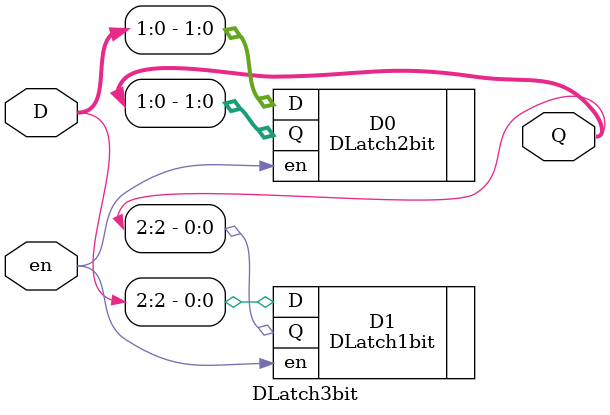
<source format=sv>
`timescale 1ns / 1ps


module DLatch3bit(input logic en,
                  input [2:0] D,
                  output reg [2:0] Q
                   );
DLatch2bit D0( .en(en), .D(D[1:0]), .Q(Q[1:0]));
DLatch1bit D1(.en(en), .D(D[2]), .Q(Q[2])); 

endmodule

</source>
